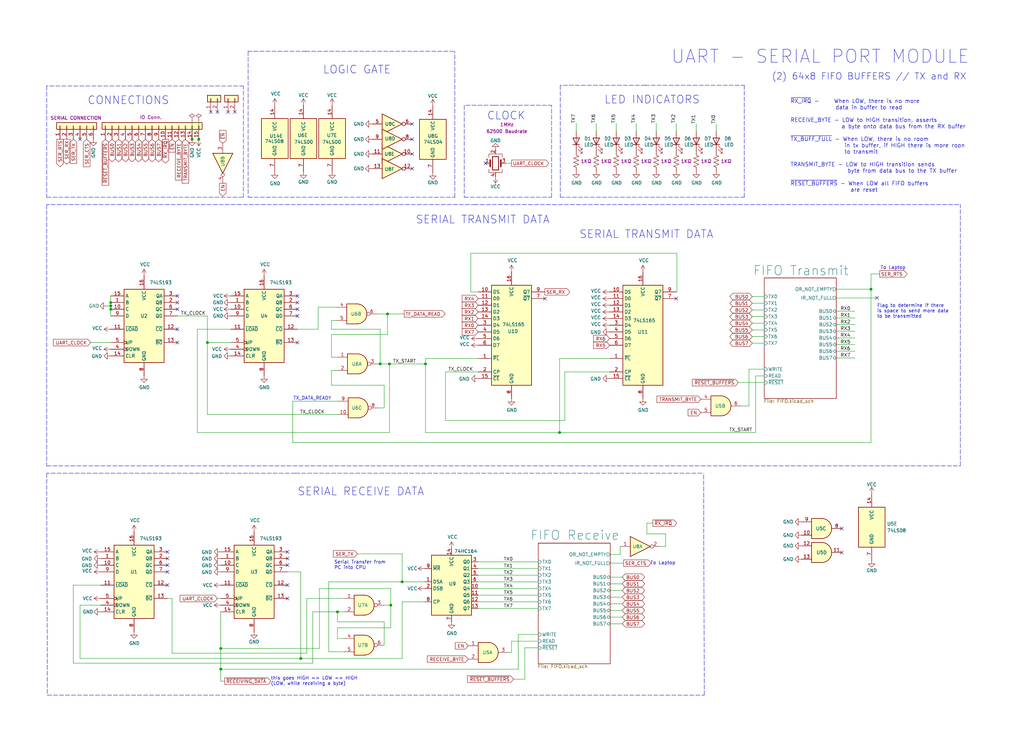
<source format=kicad_sch>
(kicad_sch (version 20211123) (generator eeschema)
  (paper "User" 389.992 279.4)
  (junction (at 153.162 221.742))
  (junction (at 75.692 53.086))
  (junction (at 147.574 119.634))
  (junction (at 331.724 110.236))
  (junction (at 84.074 255.016))
  (junction (at 148.844 230.632))
  (junction (at 114.554 250.952))
  (junction (at 144.78 138.684))
  (junction (at 42.164 116.586))
  (junction (at 84.074 247.142))
  (junction (at 162.052 138.684))
  (junction (at 128.524 233.172))
  (junction (at 148.336 138.684))
  (junction (at 42.164 115.316))
  (junction (at 78.994 130.556))
  (junction (at 42.164 117.856))
  (junction (at 73.152 53.086))
  (junction (at 213.106 164.846))
  (no_connect (at 67.564 130.556))
  (no_connect (at 113.284 130.556))
  (no_connect (at 113.284 115.316))
  (no_connect (at 30.48 53.086))
  (no_connect (at 156.972 53.086))
  (no_connect (at 156.972 64.262))
  (no_connect (at 156.972 58.674))
  (no_connect (at 156.972 47.244))
  (no_connect (at 63.754 215.392))
  (no_connect (at 63.754 210.312))
  (no_connect (at 257.556 113.792))
  (no_connect (at 184.912 62.23))
  (no_connect (at 109.474 212.852))
  (no_connect (at 67.564 112.776))
  (no_connect (at 109.474 223.012))
  (no_connect (at 334.01 113.538))
  (no_connect (at 113.284 120.396))
  (no_connect (at 67.564 117.856))
  (no_connect (at 63.754 223.012))
  (no_connect (at 113.284 112.776))
  (no_connect (at 67.564 115.316))
  (no_connect (at 109.474 215.392))
  (no_connect (at 109.474 210.312))
  (no_connect (at 67.564 125.476))
  (no_connect (at 63.754 217.932))
  (no_connect (at 80.264 42.672))
  (no_connect (at 82.804 42.672))
  (no_connect (at 86.868 42.672))
  (no_connect (at 89.408 42.672))
  (no_connect (at 320.548 201.422))
  (no_connect (at 320.548 210.566))
  (no_connect (at 63.754 212.852))
  (no_connect (at 113.284 117.856))
  (no_connect (at 207.518 113.792))
  (no_connect (at 109.474 228.092))
  (wire (pts (xy 153.162 211.074) (xy 153.162 221.742)))
  (wire (pts (xy 287.782 164.846) (xy 213.106 164.846)))
  (wire (pts (xy 232.41 211.328) (xy 236.22 211.328)))
  (wire (pts (xy 199.898 246.888) (xy 204.978 246.888)))
  (wire (pts (xy 318.516 136.398) (xy 325.628 136.398)))
  (wire (pts (xy 121.666 224.282) (xy 148.844 224.282)))
  (wire (pts (xy 265.176 47.244) (xy 265.176 50.038)))
  (wire (pts (xy 179.324 96.52) (xy 257.81 96.52)))
  (wire (pts (xy 286.512 123.19) (xy 291.084 123.19)))
  (polyline (pts (xy 365.76 177.546) (xy 365.76 77.978)))
  (wire (pts (xy 331.724 110.236) (xy 331.724 168.656)))
  (wire (pts (xy 272.796 47.244) (xy 272.796 50.038)))
  (wire (pts (xy 182.118 231.902) (xy 204.978 231.902)))
  (wire (pts (xy 116.84 228.092) (xy 116.84 248.92)))
  (wire (pts (xy 84.074 233.172) (xy 84.074 247.142)))
  (polyline (pts (xy 116.586 19.558) (xy 94.488 19.558)))
  (wire (pts (xy 34.544 130.556) (xy 42.164 130.556)))
  (wire (pts (xy 63.754 228.092) (xy 65.532 228.092)))
  (polyline (pts (xy 17.78 32.766) (xy 17.78 75.184)))
  (wire (pts (xy 126.238 122.174) (xy 128.27 122.174)))
  (wire (pts (xy 42.164 115.316) (xy 42.164 116.586)))
  (wire (pts (xy 40.64 116.586) (xy 42.164 116.586)))
  (polyline (pts (xy 112.522 180.34) (xy 267.97 180.34)))
  (polyline (pts (xy 188.214 40.132) (xy 176.784 40.132)))
  (wire (pts (xy 236.982 232.664) (xy 232.41 232.664)))
  (wire (pts (xy 248.666 199.39) (xy 246.38 199.39)))
  (wire (pts (xy 153.162 250.952) (xy 114.554 250.952)))
  (wire (pts (xy 286.512 115.57) (xy 291.084 115.57)))
  (wire (pts (xy 285.242 154.686) (xy 285.242 140.716)))
  (polyline (pts (xy 116.332 19.558) (xy 173.228 19.558)))
  (wire (pts (xy 257.81 96.52) (xy 257.81 111.252)))
  (wire (pts (xy 114.554 250.952) (xy 114.554 217.932)))
  (wire (pts (xy 179.324 111.252) (xy 179.324 96.52)))
  (wire (pts (xy 146.304 146.812) (xy 126.238 146.812)))
  (wire (pts (xy 161.798 221.742) (xy 153.162 221.742)))
  (wire (pts (xy 78.994 130.556) (xy 78.994 120.396)))
  (wire (pts (xy 78.994 120.396) (xy 67.564 120.396)))
  (wire (pts (xy 194.818 248.666) (xy 194.818 244.348)))
  (wire (pts (xy 182.118 214.122) (xy 204.978 214.122)))
  (wire (pts (xy 232.156 141.732) (xy 215.138 141.732)))
  (polyline (pts (xy 94.488 75.184) (xy 173.228 75.184)))
  (wire (pts (xy 126.238 136.144) (xy 128.524 136.144)))
  (wire (pts (xy 162.052 164.846) (xy 162.052 138.684)))
  (polyline (pts (xy 176.784 75.184) (xy 210.058 75.184)))
  (wire (pts (xy 87.884 130.556) (xy 78.994 130.556)))
  (polyline (pts (xy 213.36 32.512) (xy 213.36 75.184)))
  (wire (pts (xy 199.898 258.826) (xy 199.898 246.888)))
  (wire (pts (xy 114.554 217.932) (xy 109.474 217.932)))
  (wire (pts (xy 169.672 141.732) (xy 182.118 141.732)))
  (polyline (pts (xy 176.784 40.132) (xy 176.784 75.184)))
  (wire (pts (xy 253.492 203.454) (xy 253.492 208.28)))
  (wire (pts (xy 162.052 138.684) (xy 162.052 136.652)))
  (wire (pts (xy 121.158 125.476) (xy 121.158 117.094)))
  (wire (pts (xy 87.884 125.476) (xy 75.184 125.476)))
  (wire (pts (xy 30.48 250.952) (xy 114.554 250.952)))
  (wire (pts (xy 84.074 247.142) (xy 121.666 247.142)))
  (polyline (pts (xy 94.488 19.558) (xy 94.488 75.184)))
  (wire (pts (xy 246.38 199.39) (xy 246.38 203.454)))
  (wire (pts (xy 147.574 119.634) (xy 143.51 119.634)))
  (wire (pts (xy 153.162 250.952) (xy 153.162 229.362)))
  (wire (pts (xy 234.696 46.99) (xy 234.696 50.038)))
  (wire (pts (xy 78.994 157.988) (xy 128.778 157.988)))
  (wire (pts (xy 75.184 125.476) (xy 75.184 164.846)))
  (wire (pts (xy 236.982 227.584) (xy 232.41 227.584)))
  (wire (pts (xy 257.556 46.99) (xy 257.556 50.038)))
  (wire (pts (xy 318.516 110.236) (xy 331.724 110.236)))
  (wire (pts (xy 147.574 127.508) (xy 126.238 127.508)))
  (wire (pts (xy 144.78 138.684) (xy 148.336 138.684)))
  (wire (pts (xy 287.782 143.256) (xy 291.084 143.256)))
  (wire (pts (xy 182.118 111.252) (xy 179.324 111.252)))
  (wire (pts (xy 318.516 121.158) (xy 325.628 121.158)))
  (wire (pts (xy 281.178 145.796) (xy 291.084 145.796)))
  (wire (pts (xy 144.78 125.476) (xy 144.78 138.684)))
  (wire (pts (xy 126.238 125.476) (xy 126.238 122.174)))
  (wire (pts (xy 65.532 228.092) (xy 65.532 248.92)))
  (wire (pts (xy 126.238 141.224) (xy 128.524 141.224)))
  (wire (pts (xy 215.138 160.274) (xy 169.672 160.274)))
  (wire (pts (xy 27.94 252.73) (xy 119.126 252.73)))
  (polyline (pts (xy 213.36 75.184) (xy 283.464 75.184)))
  (wire (pts (xy 119.126 233.172) (xy 128.524 233.172)))
  (wire (pts (xy 236.982 235.204) (xy 232.41 235.204)))
  (wire (pts (xy 148.844 230.632) (xy 148.844 239.268)))
  (wire (pts (xy 27.94 223.012) (xy 27.94 252.73)))
  (polyline (pts (xy 52.578 32.766) (xy 17.78 32.766)))
  (wire (pts (xy 144.018 155.448) (xy 146.304 155.448)))
  (wire (pts (xy 182.118 224.282) (xy 204.978 224.282)))
  (wire (pts (xy 73.152 45.974) (xy 73.152 53.086)))
  (wire (pts (xy 125.222 248.412) (xy 131.064 248.412)))
  (polyline (pts (xy 18.034 264.922) (xy 268.224 264.922)))
  (wire (pts (xy 213.106 136.652) (xy 213.106 164.846)))
  (wire (pts (xy 192.532 62.23) (xy 194.818 62.23)))
  (wire (pts (xy 146.304 155.448) (xy 146.304 146.812)))
  (wire (pts (xy 84.074 259.588) (xy 85.598 259.588)))
  (wire (pts (xy 121.666 247.142) (xy 121.666 224.282)))
  (polyline (pts (xy 188.214 40.132) (xy 210.058 40.132)))
  (wire (pts (xy 169.672 141.732) (xy 169.672 160.274)))
  (wire (pts (xy 146.304 230.632) (xy 148.844 230.632)))
  (wire (pts (xy 128.524 233.172) (xy 131.064 233.172)))
  (wire (pts (xy 249.936 46.99) (xy 249.936 50.038)))
  (wire (pts (xy 286.512 125.73) (xy 291.084 125.73)))
  (wire (pts (xy 318.516 128.778) (xy 325.628 128.778)))
  (wire (pts (xy 242.316 46.99) (xy 242.316 50.038)))
  (wire (pts (xy 286.512 128.27) (xy 291.084 128.27)))
  (polyline (pts (xy 17.78 77.978) (xy 17.78 177.546)))
  (wire (pts (xy 84.074 247.142) (xy 84.074 255.016)))
  (polyline (pts (xy 17.78 180.34) (xy 18.034 264.922)))
  (wire (pts (xy 318.516 113.538) (xy 334.01 113.538)))
  (wire (pts (xy 126.238 127.508) (xy 126.238 136.144)))
  (wire (pts (xy 125.222 221.742) (xy 153.162 221.742)))
  (polyline (pts (xy 283.464 75.184) (xy 283.464 32.512)))
  (wire (pts (xy 143.764 138.684) (xy 144.78 138.684)))
  (wire (pts (xy 257.81 111.252) (xy 257.556 111.252)))
  (wire (pts (xy 236.982 225.044) (xy 232.41 225.044)))
  (wire (pts (xy 146.304 236.982) (xy 128.524 236.982)))
  (polyline (pts (xy 268.224 264.922) (xy 267.97 180.34)))
  (wire (pts (xy 136.144 211.074) (xy 153.162 211.074)))
  (wire (pts (xy 128.524 236.982) (xy 128.524 233.172)))
  (wire (pts (xy 148.844 230.632) (xy 148.844 224.282)))
  (polyline (pts (xy 17.78 75.184) (xy 92.71 75.184)))
  (wire (pts (xy 227.076 46.99) (xy 227.076 50.038)))
  (wire (pts (xy 236.22 208.28) (xy 236.22 211.328)))
  (wire (pts (xy 147.574 119.634) (xy 147.574 127.508)))
  (polyline (pts (xy 173.228 75.184) (xy 173.228 19.558)))
  (wire (pts (xy 219.456 46.99) (xy 219.456 50.038)))
  (wire (pts (xy 318.516 133.858) (xy 325.628 133.858)))
  (wire (pts (xy 113.284 125.476) (xy 121.158 125.476)))
  (wire (pts (xy 75.692 45.974) (xy 75.692 53.086)))
  (wire (pts (xy 144.78 125.476) (xy 126.238 125.476)))
  (polyline (pts (xy 112.522 180.34) (xy 17.78 180.34)))
  (wire (pts (xy 286.512 118.11) (xy 291.084 118.11)))
  (wire (pts (xy 84.074 255.016) (xy 197.358 255.016)))
  (wire (pts (xy 282.194 154.686) (xy 285.242 154.686)))
  (wire (pts (xy 148.336 138.684) (xy 162.052 138.684)))
  (polyline (pts (xy 17.78 177.546) (xy 365.76 177.546)))
  (wire (pts (xy 111.506 152.908) (xy 111.506 168.656)))
  (wire (pts (xy 193.548 248.666) (xy 194.818 248.666)))
  (wire (pts (xy 236.982 222.504) (xy 232.41 222.504)))
  (wire (pts (xy 236.982 237.744) (xy 232.41 237.744)))
  (polyline (pts (xy 92.71 75.184) (xy 92.71 32.766)))
  (wire (pts (xy 148.336 164.846) (xy 148.336 138.684)))
  (wire (pts (xy 318.516 131.318) (xy 325.628 131.318)))
  (wire (pts (xy 194.818 244.348) (xy 204.978 244.348)))
  (wire (pts (xy 128.524 243.332) (xy 131.064 243.332)))
  (wire (pts (xy 286.512 130.81) (xy 291.084 130.81)))
  (wire (pts (xy 246.38 203.454) (xy 253.492 203.454)))
  (polyline (pts (xy 210.058 75.184) (xy 210.058 40.132)))
  (polyline (pts (xy 52.324 32.766) (xy 92.71 32.766)))
  (wire (pts (xy 197.358 241.808) (xy 204.978 241.808)))
  (wire (pts (xy 236.982 230.124) (xy 232.41 230.124)))
  (wire (pts (xy 232.41 214.63) (xy 237.49 214.63)))
  (wire (pts (xy 213.106 164.846) (xy 162.052 164.846)))
  (wire (pts (xy 182.118 216.662) (xy 204.978 216.662)))
  (wire (pts (xy 42.164 112.776) (xy 42.164 115.316)))
  (wire (pts (xy 318.516 126.238) (xy 325.628 126.238)))
  (wire (pts (xy 215.138 141.732) (xy 215.138 160.274)))
  (wire (pts (xy 153.924 119.634) (xy 147.574 119.634)))
  (wire (pts (xy 116.84 228.092) (xy 131.064 228.092)))
  (wire (pts (xy 253.492 208.28) (xy 251.46 208.28)))
  (wire (pts (xy 78.994 130.556) (xy 78.994 157.988)))
  (wire (pts (xy 162.052 136.652) (xy 182.118 136.652)))
  (polyline (pts (xy 245.618 32.512) (xy 283.464 32.512)))
  (wire (pts (xy 128.524 239.268) (xy 128.524 243.332)))
  (wire (pts (xy 111.506 168.656) (xy 331.724 168.656)))
  (wire (pts (xy 153.162 229.362) (xy 161.798 229.362)))
  (wire (pts (xy 197.358 255.016) (xy 197.358 241.808)))
  (wire (pts (xy 121.158 117.094) (xy 128.27 117.094)))
  (polyline (pts (xy 245.872 32.512) (xy 213.36 32.512)))
  (wire (pts (xy 75.184 164.846) (xy 148.336 164.846)))
  (wire (pts (xy 182.118 219.202) (xy 204.978 219.202)))
  (wire (pts (xy 236.982 219.964) (xy 232.41 219.964)))
  (wire (pts (xy 182.118 221.742) (xy 204.978 221.742)))
  (wire (pts (xy 148.844 239.268) (xy 128.524 239.268)))
  (wire (pts (xy 42.164 116.586) (xy 42.164 117.856)))
  (wire (pts (xy 232.156 136.652) (xy 213.106 136.652)))
  (wire (pts (xy 331.724 104.394) (xy 335.026 104.394)))
  (polyline (pts (xy 180.594 77.978) (xy 365.76 77.978)))
  (wire (pts (xy 286.512 113.03) (xy 291.084 113.03)))
  (wire (pts (xy 125.222 221.742) (xy 125.222 248.412)))
  (wire (pts (xy 126.238 146.812) (xy 126.238 141.224)))
  (wire (pts (xy 182.118 229.362) (xy 204.978 229.362)))
  (wire (pts (xy 182.118 226.822) (xy 204.978 226.822)))
  (wire (pts (xy 331.724 110.236) (xy 331.724 104.394)))
  (wire (pts (xy 285.242 140.716) (xy 291.084 140.716)))
  (wire (pts (xy 82.804 228.092) (xy 84.074 228.092)))
  (polyline (pts (xy 181.102 77.978) (xy 17.78 77.978)))
  (wire (pts (xy 318.516 123.698) (xy 325.628 123.698)))
  (wire (pts (xy 30.48 230.632) (xy 30.48 250.952)))
  (wire (pts (xy 146.304 245.872) (xy 146.304 236.982)))
  (wire (pts (xy 111.506 152.908) (xy 128.778 152.908)))
  (wire (pts (xy 38.354 230.632) (xy 30.48 230.632)))
  (wire (pts (xy 38.354 223.012) (xy 27.94 223.012)))
  (wire (pts (xy 42.164 117.856) (xy 42.164 120.396)))
  (wire (pts (xy 84.074 255.016) (xy 84.074 259.588)))
  (wire (pts (xy 286.512 120.65) (xy 291.084 120.65)))
  (wire (pts (xy 119.126 252.73) (xy 119.126 233.172)))
  (wire (pts (xy 195.58 258.826) (xy 199.898 258.826)))
  (wire (pts (xy 65.532 248.92) (xy 116.84 248.92)))
  (wire (pts (xy 287.782 164.846) (xy 287.782 143.256)))
  (wire (pts (xy 318.516 118.618) (xy 325.628 118.618)))
  (text "~{RX_IRQ} -     When LOW, there is no more\n               data in buffer to read\n\nRECEIVE_BYTE - LOW to HIGH transition, asserts\n                 a byte onto data bus from the RX buffer\n\n~{TX_BUFF_FULL} - When LOW, there is no room\n                  in tx buffer, if HIGH there is more roon\n                  to transmit\n\nTRANSMIT_BYTE - LOW to HIGH transition sends \n                   byte from data bus to the TX buffer\n\n~{RESET_BUFFERS} - When LOW all FIFO buffers\n                    are reset" (at 300.99 73.406 0) (effects (font (size 1.5 1.5)) (justify left bottom)))
  (text "Serial Transfer from\nPC into CPU" (at 127.254 217.17 0) (effects (font (size 1.27 1.27)) (justify left bottom)))
  (text "To Laptop" (at 247.65 215.392 0) (effects (font (size 1.27 1.27)) (justify left bottom)))
  (text "To Laptop" (at 335.28 102.87 0) (effects (font (size 1.27 1.27)) (justify left bottom)))
  (text "TX_DATA_READY" (at 126.238 152.654 180) (effects (font (size 1.27 1.27)) (justify right bottom)))
  (text "SERIAL RECEIVE DATA" (at 113.284 189.23 0) (effects (font (size 3 3)) (justify left bottom)))
  (text "this goes HIGH => LOW => HIGH\n(LOW, while receiving a byte)" (at 103.124 261.366 0) (effects (font (size 1.27 1.27)) (justify left bottom)))
  (text "LED INDICATORS" (at 230.124 39.878 0) (effects (font (size 3 3)) (justify left bottom)))
  (text "SERIAL TRANSMIT DATA" (at 158.242 85.598 0) (effects (font (size 3 3)) (justify left bottom)))
  (text "UART - SERIAL PORT MODULE" (at 255.524 24.638 0) (effects (font (size 5 5)) (justify left bottom)))
  (text "(2) 64x8 FIFO BUFFERS // TX and RX" (at 293.878 30.734 0) (effects (font (size 2.5 2.5)) (justify left bottom)))
  (text "CONNECTIONS" (at 33.274 40.132 0) (effects (font (size 3 3)) (justify left bottom)))
  (text "Flag to determine if there\nis space to send more data\nto be transmitted" (at 334.01 121.412 0) (effects (font (size 1.27 1.27)) (justify left bottom)))
  (text "CLOCK" (at 185.42 45.974 0) (effects (font (size 3 3)) (justify left bottom)))
  (text "SERIAL TRANSMIT DATA" (at 271.78 91.186 180) (effects (font (size 3 3)) (justify right bottom)))
  (text "LOGIC GATE" (at 122.936 28.448 0) (effects (font (size 3 3)) (justify left bottom)))
  (label "RX7" (at 320.04 136.398 0))
  (label "RX2" (at 320.04 123.698 0))
  (label "RX3" (at 320.04 126.238 0))
  (label "RX1" (at 320.04 121.158 0))
  (label "TX7" (at 219.456 46.99 90))
  (label "TX4" (at 242.316 46.99 90))
  (label "TX4" (at 191.77 224.282 0))
  (label "TX3" (at 249.936 46.99 90))
  (label "TX1" (at 191.77 216.662 0))
  (label "TX5" (at 191.77 226.822 0))
  (label "TX_START" (at 149.606 138.684 0))
  (label "TX7" (at 191.77 231.902 0))
  (label "RX0" (at 320.04 118.618 0))
  (label "TX6" (at 227.076 46.99 90))
  (label "RX5" (at 320.04 131.318 0))
  (label "TX5" (at 234.696 46.99 90))
  (label "TX2" (at 257.556 46.99 90))
  (label "TX_START" (at 286.512 164.846 180))
  (label "TX2" (at 191.77 219.202 0))
  (label "RX6" (at 320.04 133.858 0))
  (label "TX0" (at 272.796 47.244 90))
  (label "TX1" (at 265.176 47.244 90))
  (label "TX_CLOCK" (at 123.698 157.988 180))
  (label "TX3" (at 191.77 221.742 0))
  (label "TX0" (at 191.77 214.122 0))
  (label "RX4" (at 320.04 128.778 0))
  (label "TX_CLOCK" (at 68.834 120.396 0))
  (label "TX6" (at 191.77 229.362 0))
  (label "TX_CLOCK" (at 170.688 141.732 0))
  (global_label "~{RESET_BUFFERS}" (shape input) (at 40.132 53.086 270) (property "Intersheet References" "${INTERSHEET_REFS}" (effects hide)))
  (global_label "BUS0" (shape tri_state) (at 42.672 53.086 270) (property "Intersheet References" "${INTERSHEET_REFS}" (effects hide)))
  (global_label "BUS4" (shape tri_state) (at 236.982 230.124 0) (property "Intersheet References" "${INTERSHEET_REFS}" (effects hide)))
  (global_label "~{RX_IRQ}" (shape output) (at 62.992 53.086 270) (property "Intersheet References" "${INTERSHEET_REFS}" (effects hide)))
  (global_label "UART_CLOCK" (shape output) (at 194.818 62.23 0) (property "Intersheet References" "${INTERSHEET_REFS}" (effects hide)))
  (global_label "BUS7" (shape tri_state) (at 60.452 53.086 270) (property "Intersheet References" "${INTERSHEET_REFS}" (effects hide)))
  (global_label "~{RECEIVING_DATA}" (shape output) (at 85.598 259.588 0) (property "Intersheet References" "${INTERSHEET_REFS}" (effects hide)))
  (global_label "BUS6" (shape tri_state) (at 57.912 53.086 270) (property "Intersheet References" "${INTERSHEET_REFS}" (effects hide)))
  (global_label "BUS3" (shape tri_state) (at 50.292 53.086 270) (property "Intersheet References" "${INTERSHEET_REFS}" (effects hide)))
  (global_label "~{RESET_BUFFERS}" (shape input) (at 281.178 145.796 180) (property "Intersheet References" "${INTERSHEET_REFS}" (effects hide)))
  (global_label "UART_CLOCK" (shape input) (at 82.804 228.092 180) (property "Intersheet References" "${INTERSHEET_REFS}" (effects hide)))
  (global_label "RX7" (shape input) (at 182.118 126.492 180) (property "Intersheet References" "${INTERSHEET_REFS}" (effects hide)))
  (global_label "BUS5" (shape tri_state) (at 55.372 53.086 270) (property "Intersheet References" "${INTERSHEET_REFS}" (effects hide)))
  (global_label "RX5" (shape input) (at 232.156 131.572 180) (property "Intersheet References" "${INTERSHEET_REFS}" (effects hide)))
  (global_label "BUS1" (shape tri_state) (at 236.982 222.504 0) (property "Intersheet References" "${INTERSHEET_REFS}" (effects hide)))
  (global_label "BUS7" (shape tri_state) (at 286.512 130.81 180) (property "Intersheet References" "${INTERSHEET_REFS}" (effects hide)))
  (global_label "BUS5" (shape tri_state) (at 236.982 232.664 0) (property "Intersheet References" "${INTERSHEET_REFS}" (effects hide)))
  (global_label "SER_CTS" (shape input) (at 33.02 53.086 270) (property "Intersheet References" "${INTERSHEET_REFS}" (effects hide)))
  (global_label "~{RX_IRQ}" (shape output) (at 248.666 199.39 0) (property "Intersheet References" "${INTERSHEET_REFS}" (effects hide)))
  (global_label "BUS3" (shape tri_state) (at 286.512 120.65 180) (property "Intersheet References" "${INTERSHEET_REFS}" (effects hide)))
  (global_label "BUS6" (shape tri_state) (at 236.982 235.204 0) (property "Intersheet References" "${INTERSHEET_REFS}" (effects hide)))
  (global_label "SER_RTS" (shape output) (at 22.86 53.086 270) (property "Intersheet References" "${INTERSHEET_REFS}" (effects hide)))
  (global_label "SER_RTS" (shape output) (at 335.026 104.394 0) (property "Intersheet References" "${INTERSHEET_REFS}" (effects hide)))
  (global_label "BUS1" (shape tri_state) (at 286.512 115.57 180) (property "Intersheet References" "${INTERSHEET_REFS}" (effects hide)))
  (global_label "BUS7" (shape tri_state) (at 236.982 237.744 0) (property "Intersheet References" "${INTERSHEET_REFS}" (effects hide)))
  (global_label "EN" (shape input) (at 178.308 246.126 180) (property "Intersheet References" "${INTERSHEET_REFS}" (effects hide)))
  (global_label "RX6" (shape input) (at 232.156 129.032 180) (property "Intersheet References" "${INTERSHEET_REFS}" (effects hide)))
  (global_label "RECEIVE_BYTE" (shape input) (at 68.072 53.086 270) (property "Intersheet References" "${INTERSHEET_REFS}" (effects hide)))
  (global_label "~{EN}" (shape input) (at 84.836 54.61 90) (property "Intersheet References" "${INTERSHEET_REFS}" (effects hide)))
  (global_label "TF_DATA_READ" (shape output) (at 153.924 119.634 0) (property "Intersheet References" "${INTERSHEET_REFS}" (effects hide)))
  (global_label "SER_RX" (shape output) (at 207.518 111.252 0) (property "Intersheet References" "${INTERSHEET_REFS}" (effects hide)))
  (global_label "BUS0" (shape tri_state) (at 286.512 113.03 180) (property "Intersheet References" "${INTERSHEET_REFS}" (effects hide)))
  (global_label "RX4" (shape input) (at 182.118 113.792 180) (property "Intersheet References" "${INTERSHEET_REFS}" (effects hide)))
  (global_label "SER_CTS" (shape output) (at 237.49 214.63 0) (property "Intersheet References" "${INTERSHEET_REFS}" (effects hide)))
  (global_label "BUS2" (shape tri_state) (at 236.982 225.044 0) (property "Intersheet References" "${INTERSHEET_REFS}" (effects hide)))
  (global_label "BUS2" (shape tri_state) (at 286.512 118.11 180) (property "Intersheet References" "${INTERSHEET_REFS}" (effects hide)))
  (global_label "RX0" (shape input) (at 182.118 123.952 180) (property "Intersheet References" "${INTERSHEET_REFS}" (effects hide)))
  (global_label "RX2" (shape input) (at 182.118 118.872 180) (property "Intersheet References" "${INTERSHEET_REFS}" (effects hide)))
  (global_label "TRANSMIT_BYTE" (shape input) (at 266.954 152.146 180) (property "Intersheet References" "${INTERSHEET_REFS}" (effects hide)))
  (global_label "SER_TX" (shape input) (at 27.94 53.086 270) (property "Intersheet References" "${INTERSHEET_REFS}" (effects hide)))
  (global_label "BUS3" (shape tri_state) (at 236.982 227.584 0) (property "Intersheet References" "${INTERSHEET_REFS}" (effects hide)))
  (global_label "EN" (shape output) (at 84.836 69.85 270) (property "Intersheet References" "${INTERSHEET_REFS}" (effects hide)))
  (global_label "EN" (shape input) (at 266.954 157.226 180) (property "Intersheet References" "${INTERSHEET_REFS}" (effects hide)))
  (global_label "RECEIVE_BYTE" (shape input) (at 178.308 251.206 180) (property "Intersheet References" "${INTERSHEET_REFS}" (effects hide)))
  (global_label "BUS1" (shape tri_state) (at 45.212 53.086 270) (property "Intersheet References" "${INTERSHEET_REFS}" (effects hide)))
  (global_label "UART_CLOCK" (shape input) (at 34.544 130.556 180) (property "Intersheet References" "${INTERSHEET_REFS}" (effects hide)))
  (global_label "BUS0" (shape tri_state) (at 236.982 219.964 0) (property "Intersheet References" "${INTERSHEET_REFS}" (effects hide)))
  (global_label "SER_RX" (shape output) (at 25.4 53.086 270) (property "Intersheet References" "${INTERSHEET_REFS}" (effects hide)))
  (global_label "BUS4" (shape tri_state) (at 286.512 123.19 180) (property "Intersheet References" "${INTERSHEET_REFS}" (effects hide)))
  (global_label "BUS2" (shape tri_state) (at 47.752 53.086 270) (property "Intersheet References" "${INTERSHEET_REFS}" (effects hide)))
  (global_label "BUS6" (shape tri_state) (at 286.512 128.27 180) (property "Intersheet References" "${INTERSHEET_REFS}" (effects hide)))
  (global_label "RX3" (shape input) (at 182.118 116.332 180) (property "Intersheet References" "${INTERSHEET_REFS}" (effects hide)))
  (global_label "~{RESET_BUFFERS}" (shape input) (at 195.58 258.826 180) (property "Intersheet References" "${INTERSHEET_REFS}" (effects hide)))
  (global_label "RX1" (shape input) (at 182.118 121.412 180) (property "Intersheet References" "${INTERSHEET_REFS}" (effects hide)))
  (global_label "SER_TX" (shape input) (at 136.144 211.074 180) (property "Intersheet References" "${INTERSHEET_REFS}" (effects hide)))
  (global_label "~{EN}" (shape input) (at 65.532 53.086 270) (property "Intersheet References" "${INTERSHEET_REFS}" (effects hide)))
  (global_label "BUS4" (shape tri_state) (at 52.832 53.086 270) (property "Intersheet References" "${INTERSHEET_REFS}" (effects hide)))
  (global_label "BUS5" (shape tri_state) (at 286.512 125.73 180) (property "Intersheet References" "${INTERSHEET_REFS}" (effects hide)))
  (global_label "TRANSMIT_BYTE" (shape input) (at 70.612 53.086 270) (property "Intersheet References" "${INTERSHEET_REFS}" (effects hide)))
  (symbol (lib_id "74xx:74LS193") (at 54.864 122.936 0) (unit 1)
    (property "Reference" "U2" (at 54.864 120.396 0))
    (property "Value" "74LS193" (at 61.214 107.696 0))
    (property "Footprint" "Package_SO:TSSOP-16_4.4x5mm_P0.65mm" (effects hide))
    (property "Datasheet" "http://www.ti.com/lit/ds/symlink/sn74ls193.pdf" (effects hide))
  )
  (symbol (lib_id "74xx:74LS165") (at 194.818 126.492 0) (unit 1)
    (property "Reference" "U10" (at 195.326 126.238 0))
    (property "Value" "74LS165" (at 195.58 123.698 0))
    (property "Footprint" "Package_SO:TSSOP-16_4.4x5mm_P0.65mm" (effects hide))
    (property "Datasheet" "https://www.ti.com/lit/ds/symlink/sn74ls165a.pdf" (effects hide))
  )
  (symbol (lib_id "power:VCC") (at 54.864 105.156 0) (unit 1)
    (property "Reference" "#PWR016" (effects hide))
    (property "Value" "VCC" (at 55.245 100.7618 0))
  )
  (symbol (lib_id "power:GND") (at 54.864 143.256 0) (unit 1)
    (property "Reference" "#PWR017" (effects hide))
    (property "Value" "GND" (at 54.991 147.6502 0))
  )
  (symbol (lib_id "74xx:74LS193") (at 100.584 122.936 0) (unit 1)
    (property "Reference" "U4" (at 100.584 120.396 0))
    (property "Value" "74LS193" (at 106.934 107.696 0))
    (property "Footprint" "Package_SO:TSSOP-16_4.4x5mm_P0.65mm" (effects hide))
    (property "Datasheet" "http://www.ti.com/lit/ds/symlink/sn74ls193.pdf" (effects hide))
  )
  (symbol (lib_id "power:VCC") (at 100.584 105.156 0) (unit 1)
    (property "Reference" "#PWR032" (effects hide))
    (property "Value" "VCC" (at 100.965 100.7618 0))
  )
  (symbol (lib_id "power:GND") (at 100.584 143.256 0) (unit 1)
    (property "Reference" "#PWR033" (effects hide))
    (property "Value" "GND" (at 100.711 147.6502 0))
  )
  (symbol (lib_id "power:VCC") (at 87.884 133.096 90) (unit 1)
    (property "Reference" "#PWR028" (effects hide))
    (property "Value" "VCC" (at 84.582 133.096 90) (effects (justify left)))
  )
  (symbol (lib_id "power:VCC") (at 42.164 133.096 90) (unit 1)
    (property "Reference" "#PWR010" (effects hide))
    (property "Value" "VCC" (at 38.9382 132.715 90) (effects (justify left)))
  )
  (symbol (lib_id "power:GND") (at 42.164 135.636 270) (unit 1)
    (property "Reference" "#PWR011" (effects hide))
    (property "Value" "GND" (at 38.9128 135.763 90) (effects (justify right)))
  )
  (symbol (lib_id "power:VCC") (at 42.164 125.476 90) (unit 1)
    (property "Reference" "#PWR09" (effects hide))
    (property "Value" "VCC" (at 38.9382 125.095 90) (effects (justify left)))
  )
  (symbol (lib_id "power:GND") (at 194.818 151.892 0) (unit 1)
    (property "Reference" "#PWR057" (effects hide))
    (property "Value" "GND" (at 194.945 156.2862 0))
  )
  (symbol (lib_id "power:VCC") (at 194.818 103.632 0) (unit 1)
    (property "Reference" "#PWR056" (effects hide))
    (property "Value" "VCC" (at 195.199 99.2378 0))
  )
  (symbol (lib_id "74xx:74LS165") (at 244.856 126.492 0) (unit 1)
    (property "Reference" "U11" (at 244.856 126.492 0))
    (property "Value" "74LS165" (at 245.364 122.174 0))
    (property "Footprint" "Package_SO:TSSOP-16_4.4x5mm_P0.65mm" (effects hide))
    (property "Datasheet" "https://www.ti.com/lit/ds/symlink/sn74ls165a.pdf" (effects hide))
  )
  (symbol (lib_id "power:GND") (at 244.856 151.892 0) (unit 1)
    (property "Reference" "#PWR071" (effects hide))
    (property "Value" "GND" (at 244.983 156.2862 0))
  )
  (symbol (lib_id "power:VCC") (at 244.856 103.632 0) (unit 1)
    (property "Reference" "#PWR070" (effects hide))
    (property "Value" "VCC" (at 245.237 99.2378 0))
  )
  (symbol (lib_id "power:VCC") (at 182.118 129.032 90) (unit 1)
    (property "Reference" "#PWR051" (effects hide))
    (property "Value" "VCC" (at 178.8922 128.651 90) (effects (justify left)))
  )
  (symbol (lib_id "power:VCC") (at 182.118 131.572 90) (unit 1)
    (property "Reference" "#PWR052" (effects hide))
    (property "Value" "VCC" (at 178.8922 131.191 90) (effects (justify left)))
  )
  (symbol (lib_id "power:VCC") (at 232.156 111.252 90) (unit 1)
    (property "Reference" "#PWR060" (effects hide))
    (property "Value" "VCC" (at 228.9048 110.871 90) (effects (justify left)))
  )
  (symbol (lib_id "power:GND") (at 182.118 144.272 270) (unit 1)
    (property "Reference" "#PWR053" (effects hide))
    (property "Value" "GND" (at 178.8668 144.399 90) (effects (justify right)))
  )
  (symbol (lib_id "power:GND") (at 232.156 144.272 270) (unit 1)
    (property "Reference" "#PWR067" (effects hide))
    (property "Value" "GND" (at 228.9048 144.399 90) (effects (justify right)))
  )
  (symbol (lib_id "power:VCC") (at 232.156 123.952 90) (unit 1)
    (property "Reference" "#PWR065" (effects hide))
    (property "Value" "VCC" (at 228.9302 123.571 90) (effects (justify left)))
  )
  (symbol (lib_id "power:GND") (at 232.156 126.492 270) (unit 1)
    (property "Reference" "#PWR066" (effects hide))
    (property "Value" "GND" (at 228.9048 126.619 90) (effects (justify right)))
  )
  (symbol (lib_id "power:VCC") (at 232.156 113.792 90) (unit 1)
    (property "Reference" "#PWR061" (effects hide))
    (property "Value" "VCC" (at 228.9048 113.411 90) (effects (justify left)))
  )
  (symbol (lib_id "power:VCC") (at 232.156 116.332 90) (unit 1)
    (property "Reference" "#PWR062" (effects hide))
    (property "Value" "VCC" (at 228.9048 115.951 90) (effects (justify left)))
  )
  (symbol (lib_id "power:VCC") (at 232.156 118.872 90) (unit 1)
    (property "Reference" "#PWR063" (effects hide))
    (property "Value" "VCC" (at 228.9048 118.491 90) (effects (justify left)))
  )
  (symbol (lib_id "power:VCC") (at 232.156 121.412 90) (unit 1)
    (property "Reference" "#PWR064" (effects hide))
    (property "Value" "VCC" (at 228.9048 121.031 90) (effects (justify left)))
  )
  (symbol (lib_id "Connector_Generic:Conn_01x15") (at 57.912 48.006 90) (unit 1)
    (property "Reference" "J2" (effects hide))
    (property "Value" "Conn_01x15" (effects hide))
    (property "Footprint" "Connector_PinHeader_2.54mm:PinHeader_1x15_P2.54mm_Vertical" (effects hide))
    (property "Field4" "IO Conn." (at 57.404 44.704 90))
  )
  (symbol (lib_id "power:VCC") (at 75.692 53.086 180) (unit 1)
    (property "Reference" "#PWR013" (effects hide))
    (property "Value" "VCC" (at 75.692 58.166 90))
  )
  (symbol (lib_id "power:GND") (at 73.152 53.086 0) (unit 1)
    (property "Reference" "#PWR012" (effects hide))
    (property "Value" "GND" (at 73.152 58.166 90))
  )
  (symbol (lib_id "power:PWR_FLAG") (at 75.692 45.974 0) (unit 1)
    (property "Reference" "#FLG02" (effects hide))
    (property "Value" "PWR_FLAG" (effects hide))
  )
  (symbol (lib_id "power:PWR_FLAG") (at 73.152 45.974 0) (unit 1)
    (property "Reference" "#FLG01" (effects hide))
    (property "Value" "PWR_FLAG" (effects hide))
  )
  (symbol (lib_id "74xx:74LS00") (at 136.144 138.684 0) (unit 1)
    (property "Reference" "U6" (at 135.89 138.684 0))
    (property "Value" "74LS00" (effects hide))
    (property "Footprint" "Package_SO:TSSOP-14_4.4x5mm_P0.65mm" (effects hide))
    (property "Datasheet" "http://www.ti.com/lit/gpn/sn74ls00" (effects hide))
  )
  (symbol (lib_id "74xx:74LS00") (at 135.89 119.634 0) (unit 2)
    (property "Reference" "U6" (at 135.636 119.634 0))
    (property "Value" "74LS00" (effects hide))
    (property "Footprint" "Package_SO:TSSOP-14_4.4x5mm_P0.65mm" (effects hide))
    (property "Datasheet" "http://www.ti.com/lit/gpn/sn74ls00" (effects hide))
  )
  (symbol (lib_id "74xx:74LS00") (at 115.57 52.832 0) (unit 5)
    (property "Reference" "U6" (at 113.284 51.562 0) (effects (justify left)))
    (property "Value" "74LS00" (at 112.014 54.102 0) (effects (justify left)))
    (property "Footprint" "Package_SO:TSSOP-14_4.4x5mm_P0.65mm" (effects hide))
    (property "Datasheet" "http://www.ti.com/lit/gpn/sn74ls00" (effects hide))
  )
  (symbol (lib_id "power:VCC") (at 115.57 40.132 0) (unit 1)
    (property "Reference" "#PWR036" (effects hide))
    (property "Value" "VCC" (at 115.57 36.322 0))
  )
  (symbol (lib_id "power:GND") (at 115.57 65.532 0) (unit 1)
    (property "Reference" "#PWR037" (effects hide))
    (property "Value" "GND" (at 115.57 69.342 0))
  )
  (symbol (lib_id "74xx:74LS00") (at 136.398 155.448 0) (unit 3)
    (property "Reference" "U6" (at 135.89 155.448 0))
    (property "Value" "74LS00" (effects hide))
    (property "Footprint" "Package_SO:TSSOP-14_4.4x5mm_P0.65mm" (effects hide))
    (property "Datasheet" "http://www.ti.com/lit/gpn/sn74ls00" (effects hide))
  )
  (symbol (lib_id "74xx:74LS193") (at 51.054 220.472 0) (unit 1)
    (property "Reference" "U1" (at 51.054 217.932 0))
    (property "Value" "74LS193" (at 57.404 205.232 0))
    (property "Footprint" "Package_SO:TSSOP-16_4.4x5mm_P0.65mm" (effects hide))
    (property "Datasheet" "http://www.ti.com/lit/ds/symlink/sn74ls193.pdf" (effects hide))
  )
  (symbol (lib_id "power:VCC") (at 51.054 202.692 0) (unit 1)
    (property "Reference" "#PWR014" (effects hide))
    (property "Value" "VCC" (at 51.435 198.2978 0))
  )
  (symbol (lib_id "power:GND") (at 51.054 240.792 0) (unit 1)
    (property "Reference" "#PWR015" (effects hide))
    (property "Value" "GND" (at 51.181 245.1862 0))
  )
  (symbol (lib_id "power:GND") (at 38.354 212.852 270) (unit 1)
    (property "Reference" "#PWR03" (effects hide))
    (property "Value" "GND" (at 35.1028 212.979 90) (effects (justify right)))
  )
  (symbol (lib_id "74xx:74LS193") (at 96.774 220.472 0) (unit 1)
    (property "Reference" "U3" (at 96.774 217.932 0))
    (property "Value" "74LS193" (at 103.124 205.232 0))
    (property "Footprint" "Package_SO:TSSOP-16_4.4x5mm_P0.65mm" (effects hide))
    (property "Datasheet" "http://www.ti.com/lit/ds/symlink/sn74ls193.pdf" (effects hide))
  )
  (symbol (lib_id "power:VCC") (at 96.774 202.692 0) (unit 1)
    (property "Reference" "#PWR030" (effects hide))
    (property "Value" "VCC" (at 97.155 198.2978 0))
  )
  (symbol (lib_id "power:GND") (at 96.774 240.792 0) (unit 1)
    (property "Reference" "#PWR031" (effects hide))
    (property "Value" "GND" (at 96.774 244.602 0))
  )
  (symbol (lib_id "power:VCC") (at 38.354 228.092 90) (unit 1)
    (property "Reference" "#PWR06" (effects hide))
    (property "Value" "VCC" (at 35.306 228.092 90) (effects (justify left)))
  )
  (symbol (lib_id "power:VCC") (at 38.354 217.932 90) (unit 1)
    (property "Reference" "#PWR05" (effects hide))
    (property "Value" "VCC" (at 35.1282 217.551 90) (effects (justify left)))
  )
  (symbol (lib_id "power:GND") (at 38.354 215.392 270) (unit 1)
    (property "Reference" "#PWR04" (effects hide))
    (property "Value" "GND" (at 35.1028 215.519 90) (effects (justify right)))
  )
  (symbol (lib_id "74xx:74LS00") (at 138.684 230.632 0) (unit 1)
    (property "Reference" "U7" (at 138.176 230.632 0))
    (property "Value" "74LS00" (effects hide))
    (property "Footprint" "Package_SO:TSSOP-14_4.4x5mm_P0.65mm" (effects hide))
    (property "Datasheet" "http://www.ti.com/lit/gpn/sn74ls00" (effects hide))
  )
  (symbol (lib_id "74xx:74LS00") (at 138.684 245.872 0) (unit 2)
    (property "Reference" "U7" (at 138.176 245.872 0))
    (property "Value" "74LS00" (effects hide))
    (property "Footprint" "Package_SO:TSSOP-14_4.4x5mm_P0.65mm" (effects hide))
    (property "Datasheet" "http://www.ti.com/lit/gpn/sn74ls00" (effects hide))
  )
  (symbol (lib_id "74xx:74LS00") (at 126.492 52.832 0) (unit 5)
    (property "Reference" "U7" (at 124.46 51.562 0) (effects (justify left)))
    (property "Value" "74LS00" (at 122.682 54.102 0) (effects (justify left)))
    (property "Footprint" "Package_SO:TSSOP-14_4.4x5mm_P0.65mm" (effects hide))
    (property "Datasheet" "http://www.ti.com/lit/gpn/sn74ls00" (effects hide))
  )
  (symbol (lib_id "power:VCC") (at 126.492 40.132 0) (unit 1)
    (property "Reference" "#PWR038" (effects hide))
    (property "Value" "VCC" (at 126.492 36.322 0))
  )
  (symbol (lib_id "power:GND") (at 126.492 65.532 0) (unit 1)
    (property "Reference" "#PWR039" (effects hide))
    (property "Value" "GND" (at 126.492 69.342 0))
  )
  (symbol (lib_id "power:GND") (at 171.958 236.982 0) (unit 1)
    (property "Reference" "#PWR050" (effects hide))
    (property "Value" "GND" (at 172.085 241.3762 0))
  )
  (symbol (lib_id "power:VCC") (at 171.958 209.042 0) (unit 1)
    (property "Reference" "#PWR049" (effects hide))
    (property "Value" "VCC" (at 172.339 204.6478 0))
  )
  (symbol (lib_id "power:VCC") (at 84.074 230.632 90) (unit 1)
    (property "Reference" "#PWR023" (effects hide))
    (property "Value" "VCC" (at 81.026 230.632 90) (effects (justify left)))
  )
  (symbol (lib_id "power:VCC") (at 84.074 223.012 90) (unit 1)
    (property "Reference" "#PWR022" (effects hide))
    (property "Value" "VCC" (at 81.026 223.012 90) (effects (justify left)))
  )
  (symbol (lib_id "power:GND") (at 38.354 233.172 270) (unit 1)
    (property "Reference" "#PWR07" (effects hide))
    (property "Value" "GND" (at 35.56 233.172 90) (effects (justify right)))
  )
  (symbol (lib_id "power:VCC") (at 161.798 224.282 90) (unit 1)
    (property "Reference" "#PWR046" (effects hide))
    (property "Value" "VCC" (at 159.004 224.282 90) (effects (justify left)))
  )
  (symbol (lib_id "power:VCC") (at 161.798 216.662 90) (unit 1)
    (property "Reference" "#PWR045" (effects hide))
    (property "Value" "VCC" (at 159.004 216.662 90) (effects (justify left)))
  )
  (symbol (lib_id "power:VCC") (at 38.354 210.312 90) (unit 1)
    (property "Reference" "#PWR02" (effects hide))
    (property "Value" "VCC" (at 35.1282 209.931 90) (effects (justify left)))
  )
  (symbol (lib_id "Device:LED") (at 219.456 53.848 90) (unit 1)
    (property "Reference" "D1" (at 222.4532 52.8574 90) (effects (justify right)))
    (property "Value" "LED" (at 222.4532 55.1688 90) (effects (justify right)))
    (property "Footprint" "LED_SMD:LED_1206_3216Metric" (effects hide))
  )
  (symbol (lib_id "Device:R_US") (at 219.456 61.468 0) (unit 1)
    (property "Reference" "R1" (effects hide))
    (property "Value" "1kohm" (effects hide))
    (property "Footprint" "Resistor_SMD:R_0805_2012Metric" (effects hide))
    (property "V" "1KΩ" (at 221.1832 61.468 0) (effects (justify left)))
  )
  (symbol (lib_id "power:GND") (at 219.456 65.278 0) (unit 1)
    (property "Reference" "#PWR058" (effects hide))
    (property "Value" "GND" (at 219.583 69.6722 0))
  )
  (symbol (lib_id "Device:LED") (at 227.076 53.848 90) (unit 1)
    (property "Reference" "D2" (at 230.0732 52.8574 90) (effects (justify right)))
    (property "Value" "LED" (at 230.0732 55.1688 90) (effects (justify right)))
    (property "Footprint" "LED_SMD:LED_1206_3216Metric" (effects hide))
  )
  (symbol (lib_id "Device:R_US") (at 227.076 61.468 0) (unit 1)
    (property "Reference" "R2" (effects hide))
    (property "Value" "1kohm" (effects hide))
    (property "Footprint" "Resistor_SMD:R_0805_2012Metric" (effects hide))
    (property "V" "1KΩ" (at 228.8032 61.468 0) (effects (justify left)))
  )
  (symbol (lib_id "power:GND") (at 227.076 65.278 0) (unit 1)
    (property "Reference" "#PWR059" (effects hide))
    (property "Value" "GND" (at 227.203 69.6722 0))
  )
  (symbol (lib_id "Device:LED") (at 234.696 53.848 90) (unit 1)
    (property "Reference" "D3" (at 237.6932 52.8574 90) (effects (justify right)))
    (property "Value" "LED" (at 237.6932 55.1688 90) (effects (justify right)))
    (property "Footprint" "LED_SMD:LED_1206_3216Metric" (effects hide))
  )
  (symbol (lib_id "Device:R_US") (at 234.696 61.468 0) (unit 1)
    (property "Reference" "R3" (effects hide))
    (property "Value" "1kohm" (effects hide))
    (property "Footprint" "Resistor_SMD:R_0805_2012Metric" (effects hide))
    (property "V" "1KΩ" (at 236.4232 61.468 0) (effects (justify left)))
  )
  (symbol (lib_id "power:GND") (at 234.696 65.278 0) (unit 1)
    (property "Reference" "#PWR068" (effects hide))
    (property "Value" "GND" (at 234.823 69.6722 0))
  )
  (symbol (lib_id "Device:LED") (at 242.316 53.848 90) (unit 1)
    (property "Reference" "D4" (at 245.3132 52.8574 90) (effects (justify right)))
    (property "Value" "LED" (at 245.3132 55.1688 90) (effects (justify right)))
    (property "Footprint" "LED_SMD:LED_1206_3216Metric" (effects hide))
  )
  (symbol (lib_id "Device:R_US") (at 242.316 61.468 0) (unit 1)
    (property "Reference" "R4" (effects hide))
    (property "Value" "1kohm" (effects hide))
    (property "Footprint" "Resistor_SMD:R_0805_2012Metric" (effects hide))
    (property "V" "1KΩ" (at 244.0432 61.468 0) (effects (justify left)))
  )
  (symbol (lib_id "power:GND") (at 242.316 65.278 0) (unit 1)
    (property "Reference" "#PWR069" (effects hide))
    (property "Value" "GND" (at 242.443 69.6722 0))
  )
  (symbol (lib_id "Device:LED") (at 249.936 53.848 90) (unit 1)
    (property "Reference" "D5" (at 252.9332 52.8574 90) (effects (justify right)))
    (property "Value" "LED" (at 252.9332 55.1688 90) (effects (justify right)))
    (property "Footprint" "LED_SMD:LED_1206_3216Metric" (effects hide))
  )
  (symbol (lib_id "Device:R_US") (at 249.936 61.468 0) (unit 1)
    (property "Reference" "R5" (effects hide))
    (property "Value" "1kohm" (effects hide))
    (property "Footprint" "Resistor_SMD:R_0805_2012Metric" (effects hide))
    (property "V" "1KΩ" (at 251.6632 61.468 0) (effects (justify left)))
  )
  (symbol (lib_id "power:GND") (at 249.936 65.278 0) (unit 1)
    (property "Reference" "#PWR072" (effects hide))
    (property "Value" "GND" (at 250.063 69.6722 0))
  )
  (symbol (lib_id "Device:LED") (at 257.556 53.848 90) (unit 1)
    (property "Reference" "D6" (at 260.5532 52.8574 90) (effects (justify right)))
    (property "Value" "LED" (at 260.5532 55.1688 90) (effects (justify right)))
    (property "Footprint" "LED_SMD:LED_1206_3216Metric" (effects hide))
  )
  (symbol (lib_id "Device:R_US") (at 257.556 61.468 0) (unit 1)
    (property "Reference" "R6" (effects hide))
    (property "Value" "1kohm" (effects hide))
    (property "Footprint" "Resistor_SMD:R_0805_2012Metric" (effects hide))
    (property "V" "1KΩ" (at 259.2832 61.468 0) (effects (justify left)))
  )
  (symbol (lib_id "power:GND") (at 257.556 65.278 0) (unit 1)
    (property "Reference" "#PWR073" (effects hide))
    (property "Value" "GND" (at 257.683 69.6722 0))
  )
  (symbol (lib_id "Device:LED") (at 265.176 53.848 90) (unit 1)
    (property "Reference" "D7" (at 268.1732 52.8574 90) (effects (justify right)))
    (property "Value" "LED" (at 268.1732 55.1688 90) (effects (justify right)))
    (property "Footprint" "LED_SMD:LED_1206_3216Metric" (effects hide))
  )
  (symbol (lib_id "Device:R_US") (at 265.176 61.468 0) (unit 1)
    (property "Reference" "R7" (effects hide))
    (property "Value" "1kohm" (effects hide))
    (property "Footprint" "Resistor_SMD:R_0805_2012Metric" (effects hide))
    (property "V" "1KΩ" (at 266.9032 61.468 0) (effects (justify left)))
  )
  (symbol (lib_id "power:GND") (at 265.176 65.278 0) (unit 1)
    (property "Reference" "#PWR074" (effects hide))
    (property "Value" "GND" (at 265.303 69.6722 0))
  )
  (symbol (lib_id "Device:LED") (at 272.796 53.848 90) (unit 1)
    (property "Reference" "D8" (at 275.7932 52.8574 90) (effects (justify right)))
    (property "Value" "LED" (at 275.7932 55.1688 90) (effects (justify right)))
    (property "Footprint" "LED_SMD:LED_1206_3216Metric" (effects hide))
  )
  (symbol (lib_id "Device:R_US") (at 272.796 61.468 0) (unit 1)
    (property "Reference" "R8" (effects hide))
    (property "Value" "1kohm" (effects hide))
    (property "Footprint" "Resistor_SMD:R_0805_2012Metric" (effects hide))
    (property "V" "1KΩ" (at 274.5232 61.468 0) (effects (justify left)))
  )
  (symbol (lib_id "power:GND") (at 272.796 65.278 0) (unit 1)
    (property "Reference" "#PWR075" (effects hide))
    (property "Value" "GND" (at 272.923 69.6722 0))
  )
  (symbol (lib_id "74xx:74LS04") (at 164.846 53.086 0) (unit 7)
    (property "Reference" "U8" (at 162.814 51.816 0) (effects (justify left)))
    (property "Value" "74LS04" (at 161.29 54.102 0) (effects (justify left)))
    (property "Datasheet" "http://www.ti.com/lit/gpn/sn74LS04" (effects hide))
  )
  (symbol (lib_id "power:GND") (at 305.308 203.962 270) (unit 1)
    (property "Reference" "#PWR0104" (effects hide))
    (property "Value" "GND" (at 302.26 203.962 90) (effects (justify right)))
  )
  (symbol (lib_id "power:VCC") (at 164.846 40.386 0) (unit 1)
    (property "Reference" "#PWR047" (effects hide))
    (property "Value" "VCC" (at 164.846 36.576 0))
  )
  (symbol (lib_id "power:GND") (at 84.074 210.312 270) (unit 1)
    (property "Reference" "#PWR018" (effects hide))
    (property "Value" "GND" (at 80.8228 210.439 90) (effects (justify right)))
  )
  (symbol (lib_id "74xx:74LS04") (at 149.352 58.674 0) (unit 5)
    (property "Reference" "U8" (at 148.336 58.674 0))
    (property "Value" "74LS04" (effects hide))
    (property "Datasheet" "http://www.ti.com/lit/gpn/sn74LS04" (effects hide))
  )
  (symbol (lib_id "power:GND") (at 305.308 208.026 270) (unit 1)
    (property "Reference" "#PWR0105" (effects hide))
    (property "Value" "GND" (at 302.26 208.026 90) (effects (justify right)))
  )
  (symbol (lib_id "Connector_Generic:Conn_01x02") (at 80.264 37.592 90) (unit 1)
    (property "Reference" "J3" (effects hide))
    (property "Value" "Conn_01x02" (effects hide))
    (property "Footprint" "Connector_PinHeader_2.54mm:PinHeader_1x02_P2.54mm_Vertical" (effects hide))
  )
  (symbol (lib_id "power:GND") (at 104.648 65.532 0) (unit 1)
    (property "Reference" "#PWR035" (effects hide))
    (property "Value" "GND" (at 104.775 69.9262 0))
  )
  (symbol (lib_id "power:GND") (at 84.074 217.932 270) (unit 1)
    (property "Reference" "#PWR021" (effects hide))
    (property "Value" "GND" (at 80.8228 218.059 90) (effects (justify right)))
  )
  (symbol (lib_id "74xx:74LS04") (at 243.84 208.28 0) (unit 1)
    (property "Reference" "U8" (at 242.824 208.28 0))
    (property "Value" "74LS04" (effects hide))
    (property "Datasheet" "http://www.ti.com/lit/gpn/sn74LS04" (effects hide))
  )
  (symbol (lib_id "74xx:74LS08") (at 312.928 201.422 0) (unit 3)
    (property "Reference" "U5" (at 312.674 201.422 0))
    (property "Value" "74LS08" (effects hide))
    (property "Datasheet" "http://www.ti.com/lit/gpn/sn74LS08" (effects hide))
  )
  (symbol (lib_id "power:GND") (at 87.884 120.396 270) (unit 1)
    (property "Reference" "#PWR027" (effects hide))
    (property "Value" "GND" (at 83.058 120.396 90))
  )
  (symbol (lib_id "74xx:74LS04") (at 149.352 47.244 0) (unit 3)
    (property "Reference" "U8" (at 148.59 47.244 0))
    (property "Value" "74LS04" (effects hide))
    (property "Datasheet" "http://www.ti.com/lit/gpn/sn74LS04" (effects hide))
  )
  (symbol (lib_id "power:GND") (at 164.846 65.786 0) (unit 1)
    (property "Reference" "#PWR048" (effects hide))
    (property "Value" "GND" (at 164.846 69.596 0))
  )
  (symbol (lib_id "power:GND") (at 188.722 57.15 180) (unit 1)
    (property "Reference" "#PWR054" (effects hide))
    (property "Value" "GND" (at 188.722 53.594 0))
  )
  (symbol (lib_id "74xx:74LS08") (at 185.928 248.666 0) (unit 1)
    (property "Reference" "U5" (at 185.674 248.666 0))
    (property "Value" "74LS08" (effects hide))
    (property "Datasheet" "http://www.ti.com/lit/gpn/sn74LS08" (effects hide))
  )
  (symbol (lib_id "Connector_Generic:Conn_01x02") (at 86.868 37.592 90) (unit 1)
    (property "Reference" "J4" (effects hide))
    (property "Value" "Conn_01x02" (effects hide))
    (property "Footprint" "Connector_PinHeader_2.54mm:PinHeader_1x02_P2.54mm_Vertical" (effects hide))
  )
  (symbol (lib_id "power:GND") (at 35.56 53.086 0) (unit 1)
    (property "Reference" "#PWR01" (effects hide))
    (property "Value" "GND" (at 35.56 58.166 90))
  )
  (symbol (lib_id "74xx:74LS08") (at 104.648 52.832 0) (unit 5)
    (property "Reference" "U14" (at 102.616 51.816 0) (effects (justify left)))
    (property "Value" "74LS08" (at 100.838 53.848 0) (effects (justify left)))
    (property "Footprint" "Package_SO:TSSOP-14_4.4x5mm_P0.65mm" (effects hide))
    (property "Datasheet" "http://www.ti.com/lit/gpn/sn74LS08" (effects hide))
  )
  (symbol (lib_id "power:GND") (at 40.64 116.586 270) (unit 1)
    (property "Reference" "#PWR08" (effects hide))
    (property "Value" "GND" (at 35.814 116.586 90))
  )
  (symbol (lib_id "power:GND") (at 87.884 135.636 270) (unit 1)
    (property "Reference" "#PWR029" (effects hide))
    (property "Value" "GND" (at 84.6328 135.763 90) (effects (justify right)))
  )
  (symbol (lib_id "74xx:74LS04") (at 149.352 64.262 0) (unit 6)
    (property "Reference" "U8" (at 148.336 64.516 0))
    (property "Value" "74LS04" (effects hide))
    (property "Datasheet" "http://www.ti.com/lit/gpn/sn74LS04" (effects hide))
  )
  (symbol (lib_id "power:GND") (at 141.732 58.674 270) (unit 1)
    (property "Reference" "#PWR043" (effects hide))
    (property "Value" "GND" (at 136.652 58.674 90))
  )
  (symbol (lib_id "power:GND") (at 141.732 53.086 270) (unit 1)
    (property "Reference" "#PWR042" (effects hide))
    (property "Value" "GND" (at 136.652 53.086 90))
  )
  (symbol (lib_id "power:GND") (at 305.308 213.106 270) (unit 1)
    (property "Reference" "#PWR0106" (effects hide))
    (property "Value" "GND" (at 302.26 213.106 90) (effects (justify right)))
  )
  (symbol (lib_id "Device:Crystal_GND24") (at 188.722 62.23 0) (unit 1)
    (property "Reference" "Y1" (effects hide))
    (property "Value" "Crystal_GND24" (effects hide))
    (property "Footprint" "Stephenv6:CFPS-72 SMD Clock" (effects hide))
    (property "Field4" "1MHz" (at 193.04 47.498 0))
    (property "Field5" "62500 Baudrate" (at 193.04 50.038 0))
  )
  (symbol (lib_id "power:VCC") (at 87.884 117.856 90) (unit 1)
    (property "Reference" "#PWR026" (effects hide))
    (property "Value" "VCC" (at 83.058 117.856 90))
  )
  (symbol (lib_id "74xx:74LS08") (at 312.928 210.566 0) (unit 4)
    (property "Reference" "U5" (at 312.928 210.566 0))
    (property "Value" "74LS08" (effects hide))
    (property "Datasheet" "http://www.ti.com/lit/gpn/sn74LS08" (effects hide))
  )
  (symbol (lib_id "power:GND") (at 84.074 212.852 270) (unit 1)
    (property "Reference" "#PWR019" (effects hide))
    (property "Value" "GND" (at 80.8228 212.979 90) (effects (justify right)))
  )
  (symbol (lib_id "74xx:74LS08") (at 274.574 154.686 0) (unit 2)
    (property "Reference" "U5" (at 274.32 154.686 0))
    (property "Value" "74LS08" (effects hide))
    (property "Datasheet" "http://www.ti.com/lit/gpn/sn74LS08" (effects hide))
  )
  (symbol (lib_id "power:GND") (at 305.308 198.882 270) (unit 1)
    (property "Reference" "#PWR0103" (effects hide))
    (property "Value" "GND" (at 302.26 198.882 90) (effects (justify right)))
  )
  (symbol (lib_id "power:GND") (at 87.884 115.316 270) (unit 1)
    (property "Reference" "#PWR025" (effects hide))
    (property "Value" "GND" (at 83.058 115.316 90))
  )
  (symbol (lib_id "74xx:74LS08") (at 331.978 200.914 0) (unit 5)
    (property "Reference" "U5" (at 337.82 199.6439 0) (effects (justify left)))
    (property "Value" "74LS08" (at 337.82 202.1839 0) (effects (justify left)))
    (property "Footprint" "Package_SO:TSSOP-14_4.4x5mm_P0.65mm" (effects hide))
    (property "Datasheet" "http://www.ti.com/lit/gpn/sn74LS08" (effects hide))
  )
  (symbol (lib_id "74xx:74LS04") (at 149.352 53.086 0) (unit 4)
    (property "Reference" "U8" (at 148.59 52.832 0))
    (property "Value" "74LS04" (effects hide))
    (property "Datasheet" "http://www.ti.com/lit/gpn/sn74LS04" (effects hide))
  )
  (symbol (lib_id "74xx:74HC164") (at 171.958 221.742 0) (unit 1)
    (property "Reference" "U9" (at 170.942 222.504 0) (effects (justify left)))
    (property "Value" "74HC164" (at 172.974 210.058 0) (effects (justify left)))
    (property "Footprint" "Package_SO:TSSOP-14_4.4x5mm_P0.65mm" (effects hide))
    (property "Datasheet" "https://assets.nexperia.com/documents/data-sheet/74HC_HCT164.pdf" (effects hide))
  )
  (symbol (lib_id "power:VCC") (at 104.648 40.132 0) (unit 1)
    (property "Reference" "#PWR034" (effects hide))
    (property "Value" "VCC" (at 105.029 35.7378 0))
  )
  (symbol (lib_id "74xx:74LS04") (at 84.836 62.23 270) (unit 2)
    (property "Reference" "U8" (at 84.836 61.468 0))
    (property "Value" "74LS04" (effects hide))
    (property "Datasheet" "http://www.ti.com/lit/gpn/sn74LS04" (effects hide))
  )
  (symbol (lib_id "power:GND") (at 84.074 215.392 270) (unit 1)
    (property "Reference" "#PWR020" (effects hide))
    (property "Value" "GND" (at 80.8228 215.519 90) (effects (justify right)))
  )
  (symbol (lib_id "power:VCC") (at 87.884 112.776 90) (unit 1)
    (property "Reference" "#PWR024" (effects hide))
    (property "Value" "VCC" (at 83.058 112.776 90))
  )
  (symbol (lib_id "power:GND") (at 331.978 213.614 0) (unit 1)
    (property "Reference" "#PWR0102" (effects hide))
    (property "Value" "GND" (at 334.01 217.424 0) (effects (justify right)))
  )
  (symbol (lib_id "power:VCC") (at 331.978 188.214 0) (unit 1)
    (property "Reference" "#PWR0101" (effects hide))
    (property "Value" "VCC" (at 331.978 184.658 0))
  )
  (symbol (lib_id "power:GND") (at 141.732 47.244 270) (unit 1)
    (property "Reference" "#PWR041" (effects hide))
    (property "Value" "GND" (at 136.652 47.244 90))
  )
  (symbol (lib_id "power:VCC") (at 188.722 67.31 180) (unit 1)
    (property "Reference" "#PWR055" (effects hide))
    (property "Value" "VCC" (at 188.722 71.12 0))
  )
  (symbol (lib_id "power:GND") (at 141.732 64.262 270) (unit 1)
    (property "Reference" "#PWR044" (effects hide))
    (property "Value" "GND" (at 136.652 64.262 90))
  )
  (symbol (lib_id "Connector_Generic:Conn_01x06") (at 27.94 48.006 90) (unit 1)
    (property "Reference" "J1" (effects hide))
    (property "Value" "Conn_01x06" (effects hide))
    (property "Footprint" "Connector_PinHeader_2.54mm:PinHeader_1x06_P2.54mm_Vertical" (effects hide))
    (property "Field4" "SERIAL CONNECTION" (at 28.956 44.958 90))
  )
  (sheet (at 291.084 105.918) (size 27.432 45.974) (stroke (width 0.1524))
    (property "Sheet name" "FIFO Transmit" (at 286.766 105.156 0) (effects (font (size 3.5 3.5)) (justify left bottom)))
    (property "Sheet file" "FIFO.kicad_sch" (at 290.83 152.146 0) (effects (justify left top)))
    (pin "BUS2" tri_state (at 318.516 123.698 0))
    (pin "BUS3" tri_state (at 318.516 126.238 0))
    (pin "BUS0" tri_state (at 318.516 118.618 0))
    (pin "BUS1" tri_state (at 318.516 121.158 0))
    (pin "~{RESET}" input (at 291.084 145.796 180))
    (pin "BUS4" tri_state (at 318.516 128.778 0))
    (pin "BUS6" tri_state (at 318.516 133.858 0))
    (pin "BUS7" tri_state (at 318.516 136.398 0))
    (pin "BUS5" tri_state (at 318.516 131.318 0))
    (pin "OR_NOT_EMPTY" output (at 318.516 110.236 0))
    (pin "IR_NOT_FULL" output (at 318.516 113.538 0))
    (pin "READ" input (at 291.084 143.256 180))
    (pin "WRITE" input (at 291.084 140.716 180))
    (pin "TX0" input (at 291.084 113.03 180))
    (pin "TX1" input (at 291.084 115.57 180))
    (pin "TX2" input (at 291.084 118.11 180))
    (pin "TX3" input (at 291.084 120.65 180))
    (pin "TX6" input (at 291.084 128.27 180))
    (pin "TX4" input (at 291.084 123.19 180))
    (pin "TX5" input (at 291.084 125.73 180))
    (pin "TX7" input (at 291.084 130.81 180))
  )
  (sheet (at 204.978 207.01) (size 27.432 45.974) (stroke (width 0.1524))
    (property "Sheet name" "FIFO Receive" (at 201.93 205.994 0) (effects (font (size 3.5 3.5)) (justify left bottom)))
    (property "Sheet file" "FIFO.kicad_sch" (at 204.724 253.238 0) (effects (justify left top)))
    (pin "BUS2" tri_state (at 232.41 225.044 0))
    (pin "BUS3" tri_state (at 232.41 227.584 0))
    (pin "BUS0" tri_state (at 232.41 219.964 0))
    (pin "BUS1" tri_state (at 232.41 222.504 0))
    (pin "~{RESET}" input (at 204.978 246.888 180))
    (pin "BUS4" tri_state (at 232.41 230.124 0))
    (pin "BUS6" tri_state (at 232.41 235.204 0))
    (pin "BUS7" tri_state (at 232.41 237.744 0))
    (pin "BUS5" tri_state (at 232.41 232.664 0))
    (pin "OR_NOT_EMPTY" output (at 232.41 211.328 0))
    (pin "IR_NOT_FULL" output (at 232.41 214.63 0))
    (pin "READ" input (at 204.978 244.348 180))
    (pin "WRITE" input (at 204.978 241.808 180))
    (pin "TX0" input (at 204.978 214.122 180))
    (pin "TX1" input (at 204.978 216.662 180))
    (pin "TX2" input (at 204.978 219.202 180))
    (pin "TX3" input (at 204.978 221.742 180))
    (pin "TX6" input (at 204.978 229.362 180))
    (pin "TX4" input (at 204.978 224.282 180))
    (pin "TX5" input (at 204.978 226.822 180))
    (pin "TX7" input (at 204.978 231.902 180))
  )
)
</source>
